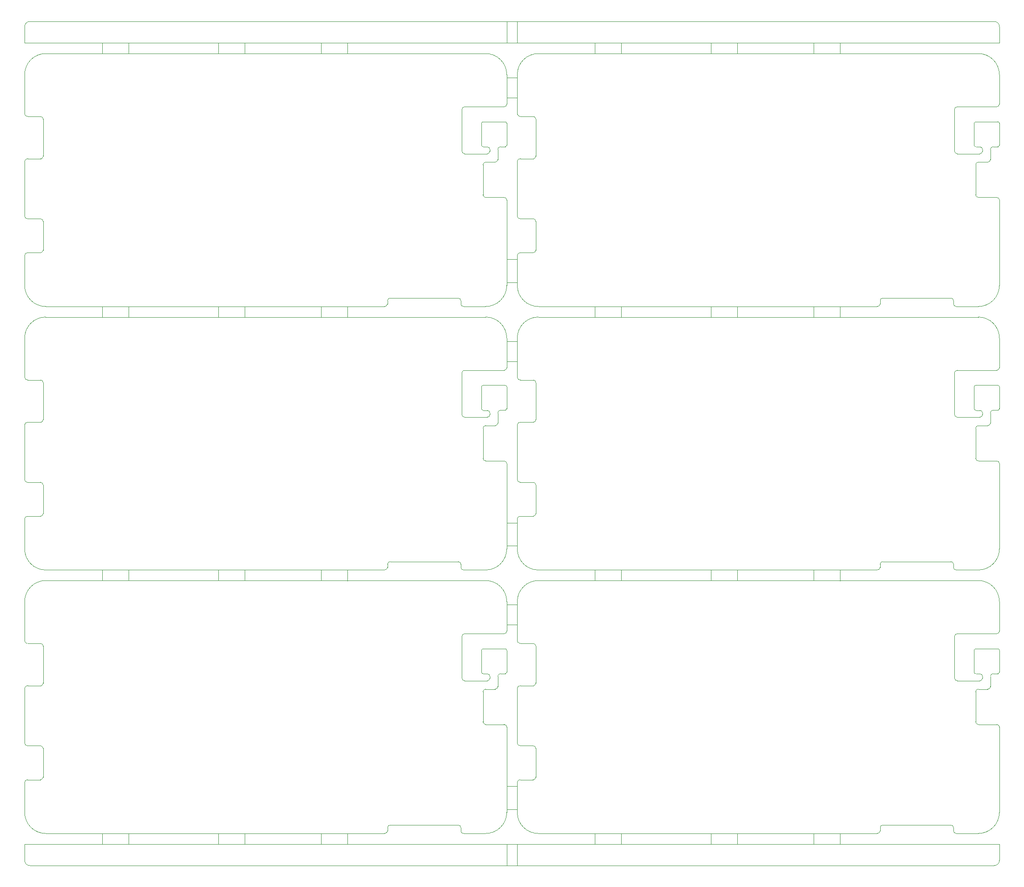
<source format=gko>
*
%FSLAX26Y26*%
%MOIN*%
%ADD10C,0.003937*%
%IPPOS*%
%LNsz06c02893a0.gko*%
%LPD*%
G75*
G54D10*
X2728340Y303144D02*
G03X2708660Y283464I5J-19685D01*
X2685040Y240154D02*
G03X2708660Y259844I1970J21650D01*
X3255900D02*
G03X3275590Y240154I19690J0D01*
X3255900Y283464D02*
G03X3236220Y303144I-19685J-5D01*
X3551180Y1434164D02*
G03X3531490Y1413384I545J-20235D01*
X118110Y641724D02*
G03X137790Y661414I-5J19685D01*
X20730Y641724D02*
G03X0Y622044I-520J-20210D01*
X3263770Y1401174D02*
G03X3283460Y1381494I19685J5D01*
X3452750D02*
G03X3472440Y1401174I0J19690D01*
Y1413384D02*
G03X3452750Y1433154I-19730J40D01*
X3511810Y1318514D02*
G03X3531490Y1338184I5J19675D01*
X3598420Y1608354D02*
G03X3586610Y1620174I-11815J5D01*
X3586480Y1434154D02*
G03X3598290Y1445964I0J11810D01*
X3410480Y1445154D02*
G03X3422290Y1433344I11810J0D01*
X3422330Y1620174D02*
G03X3410520Y1608354I0J-11810D01*
X3440940Y1318514D02*
G03X3421250Y1299204I-190J-19500D01*
X3283460Y1732284D02*
G03X3263770Y1712594I0J-19690D01*
X3578740Y1732284D02*
G03X3598420Y1751964I-5J19685D01*
Y1972434D02*
G03X3440940Y2129914I-157480J0D01*
Y240154D02*
G03X3598420Y397634I0J157480D01*
X157480Y2129914D02*
G03X0Y1972434I0J-157480D01*
Y397634D02*
G03X157480Y240154I157480J-0D01*
X137790Y875154D02*
G03X118110Y895884I-20210J520D01*
X137790Y1639764D02*
G03X122040Y1659444I-17716J1964D01*
Y1344484D02*
G03X137790Y1364174I-1970J17720D01*
X23620Y1344484D02*
G03X0Y1324804I-1970J-21650D01*
Y1679134D02*
G03X23620Y1659444I21656J1965D01*
X0Y915674D02*
G03X19630Y896044I19630J-0D01*
X3598420Y1035364D02*
G03X3578740Y1055054I-19690J0D01*
X3421250Y1074804D02*
G03X3440940Y1055114I19690J0D01*
X2708660Y259844D02*
G01Y283464D01*
X3255900Y259844D02*
Y283464D01*
X20730Y641724D02*
X118110D01*
X3551180Y1434164D02*
X3588470D01*
X3283460Y1381494D02*
X3452750D01*
X3440940Y1318514D02*
X3511810D01*
X3472440Y1401174D02*
Y1413384D01*
X3531490Y1338184D02*
Y1413384D01*
X3424210Y1433154D02*
X3452750D01*
X3410520Y1446154D02*
Y1608354D01*
X3598420Y1446154D02*
Y1608354D01*
X137790Y1364174D02*
Y1639764D01*
X0Y915674D02*
Y1324804D01*
X19630Y895884D02*
X118110D01*
X137790Y661414D02*
Y876214D01*
X3422330Y1620174D02*
X3584740D01*
X3283460Y1732284D02*
X3578740D01*
X0Y1679134D02*
Y1972434D01*
X157480Y2129914D02*
X3440940D01*
X23620Y1659444D02*
X122040D01*
X23620Y1344484D02*
X122040D01*
X0Y397634D02*
Y622044D01*
X157480Y240154D02*
X2685040D01*
X3598420Y397634D02*
Y1035434D01*
X3440940Y1055114D02*
X3578740D01*
X3421250Y1074804D02*
Y1299204D01*
X3598420Y1751964D02*
Y1972434D01*
X2728340Y303144D02*
X3236220D01*
X3275590Y240154D02*
X3440940D01*
X3263770Y1401174D02*
Y1712594D01*
X2728340Y2271644D02*
G03X2708660Y2251964I5J-19685D01*
X2685040Y2208654D02*
G03X2708660Y2228344I1970J21650D01*
X3255900D02*
G03X3275590Y2208654I19690J0D01*
X3255900Y2251964D02*
G03X3236220Y2271644I-19685J-5D01*
X3551180Y3402664D02*
G03X3531490Y3381884I545J-20235D01*
X118110Y2610224D02*
G03X137790Y2629914I-5J19685D01*
X20730Y2610224D02*
G03X0Y2590544I-520J-20210D01*
X3263770Y3369674D02*
G03X3283460Y3349994I19685J5D01*
X3452750D02*
G03X3472440Y3369674I0J19690D01*
Y3381884D02*
G03X3452750Y3401654I-19730J40D01*
X3511810Y3287014D02*
G03X3531490Y3306684I5J19675D01*
X3598420Y3576854D02*
G03X3586610Y3588674I-11815J5D01*
X3586480Y3402654D02*
G03X3598290Y3414464I0J11810D01*
X3410480Y3413654D02*
G03X3422290Y3401844I11810J0D01*
X3422330Y3588674D02*
G03X3410520Y3576854I0J-11810D01*
X3440940Y3287014D02*
G03X3421250Y3267704I-190J-19500D01*
X3283460Y3700784D02*
G03X3263770Y3681094I0J-19690D01*
X3578740Y3700784D02*
G03X3598420Y3720464I-5J19685D01*
Y3940934D02*
G03X3440940Y4098414I-157480J0D01*
Y2208654D02*
G03X3598420Y2366134I0J157480D01*
X157480Y4098414D02*
G03X0Y3940934I0J-157480D01*
Y2366134D02*
G03X157480Y2208654I157480J-0D01*
X137790Y2843654D02*
G03X118110Y2864384I-20210J520D01*
X137790Y3608264D02*
G03X122040Y3627944I-17716J1964D01*
Y3312984D02*
G03X137790Y3332674I-1970J17720D01*
X23620Y3312984D02*
G03X0Y3293304I-1970J-21650D01*
Y3647634D02*
G03X23620Y3627944I21656J1965D01*
X0Y2884174D02*
G03X19630Y2864544I19630J-0D01*
X3598420Y3003864D02*
G03X3578740Y3023554I-19690J0D01*
X3421250Y3043304D02*
G03X3440940Y3023614I19690J0D01*
X2708660Y2228344D02*
G01Y2251964D01*
X3255900Y2228344D02*
Y2251964D01*
X20730Y2610224D02*
X118110D01*
X3551180Y3402664D02*
X3588470D01*
X3283460Y3349994D02*
X3452750D01*
X3440940Y3287014D02*
X3511810D01*
X3472440Y3369674D02*
Y3381884D01*
X3531490Y3306684D02*
Y3381884D01*
X3424210Y3401654D02*
X3452750D01*
X3410520Y3414654D02*
Y3576854D01*
X3598420Y3414654D02*
Y3576854D01*
X137790Y3332674D02*
Y3608264D01*
X0Y2884174D02*
Y3293304D01*
X19630Y2864384D02*
X118110D01*
X137790Y2629914D02*
Y2844714D01*
X3422330Y3588674D02*
X3584740D01*
X3283460Y3700784D02*
X3578740D01*
X0Y3647634D02*
Y3940934D01*
X157480Y4098414D02*
X3440940D01*
X23620Y3627944D02*
X122040D01*
X23620Y3312984D02*
X122040D01*
X0Y2366134D02*
Y2590544D01*
X157480Y2208654D02*
X2685040D01*
X3598420Y2366134D02*
Y3003934D01*
X3440940Y3023614D02*
X3578740D01*
X3421250Y3043304D02*
Y3267704D01*
X3598420Y3720464D02*
Y3940934D01*
X2728340Y2271644D02*
X3236220D01*
X3275590Y2208654D02*
X3440940D01*
X3263770Y3369674D02*
Y3681094D01*
X2728340Y4240145D02*
G03X2708660Y4220465I5J-19685D01*
X2685040Y4177155D02*
G03X2708660Y4196845I1970J21650D01*
X3255900D02*
G03X3275590Y4177155I19690J0D01*
X3255900Y4220465D02*
G03X3236220Y4240145I-19685J-5D01*
X3551180Y5371165D02*
G03X3531490Y5350385I545J-20235D01*
X118110Y4578725D02*
G03X137790Y4598415I-5J19685D01*
X20730Y4578725D02*
G03X0Y4559045I-520J-20210D01*
X3263770Y5338175D02*
G03X3283460Y5318495I19685J5D01*
X3452750D02*
G03X3472440Y5338175I0J19690D01*
Y5350385D02*
G03X3452750Y5370155I-19730J40D01*
X3511810Y5255515D02*
G03X3531490Y5275185I5J19675D01*
X3598420Y5545355D02*
G03X3586610Y5557175I-11815J5D01*
X3586480Y5371155D02*
G03X3598290Y5382965I0J11810D01*
X3410480Y5382155D02*
G03X3422290Y5370345I11810J0D01*
X3422330Y5557175D02*
G03X3410520Y5545355I0J-11810D01*
X3440940Y5255515D02*
G03X3421250Y5236205I-190J-19500D01*
X3283460Y5669285D02*
G03X3263770Y5649595I0J-19690D01*
X3578740Y5669285D02*
G03X3598420Y5688965I-5J19685D01*
Y5909435D02*
G03X3440940Y6066915I-157480J0D01*
Y4177155D02*
G03X3598420Y4334635I0J157480D01*
X157480Y6066915D02*
G03X0Y5909435I0J-157480D01*
Y4334635D02*
G03X157480Y4177155I157480J-0D01*
X137790Y4812155D02*
G03X118110Y4832885I-20210J520D01*
X137790Y5576765D02*
G03X122040Y5596445I-17716J1964D01*
Y5281485D02*
G03X137790Y5301175I-1970J17720D01*
X23620Y5281485D02*
G03X0Y5261805I-1970J-21650D01*
Y5616135D02*
G03X23620Y5596445I21656J1965D01*
X0Y4852675D02*
G03X19630Y4833045I19630J-0D01*
X3598420Y4972365D02*
G03X3578740Y4992055I-19690J0D01*
X3421250Y5011805D02*
G03X3440940Y4992115I19690J0D01*
X2708660Y4196845D02*
G01Y4220465D01*
X3255900Y4196845D02*
Y4220465D01*
X20730Y4578725D02*
X118110D01*
X3551180Y5371165D02*
X3588470D01*
X3283460Y5318495D02*
X3452750D01*
X3440940Y5255515D02*
X3511810D01*
X3472440Y5338175D02*
Y5350385D01*
X3531490Y5275185D02*
Y5350385D01*
X3424210Y5370155D02*
X3452750D01*
X3410520Y5383155D02*
Y5545355D01*
X3598420Y5383155D02*
Y5545355D01*
X137790Y5301175D02*
Y5576765D01*
X0Y4852675D02*
Y5261805D01*
X19630Y4832885D02*
X118110D01*
X137790Y4598415D02*
Y4813215D01*
X3422330Y5557175D02*
X3584740D01*
X3283460Y5669285D02*
X3578740D01*
X0Y5616135D02*
Y5909435D01*
X157480Y6066915D02*
X3440940D01*
X23620Y5596445D02*
X122040D01*
X23620Y5281485D02*
X122040D01*
X0Y4334635D02*
Y4559045D01*
X157480Y4177155D02*
X2685040D01*
X3598420Y4334635D02*
Y4972435D01*
X3440940Y4992115D02*
X3578740D01*
X3421250Y5011805D02*
Y5236205D01*
X3598420Y5688965D02*
Y5909435D01*
X2728340Y4240145D02*
X3236220D01*
X3275590Y4177155D02*
X3440940D01*
X3263770Y5338175D02*
Y5649595D01*
X6405500Y303144D02*
G03X6385820Y283464I5J-19685D01*
X6362200Y240154D02*
G03X6385820Y259844I1970J21650D01*
X6933060D02*
G03X6952750Y240154I19690J0D01*
X6933060Y283464D02*
G03X6913380Y303144I-19685J-5D01*
X7228340Y1434164D02*
G03X7208650Y1413384I545J-20235D01*
X3795270Y641724D02*
G03X3814950Y661414I-5J19685D01*
X3697890Y641724D02*
G03X3677160Y622044I-520J-20210D01*
X6940930Y1401174D02*
G03X6960620Y1381494I19685J5D01*
X7129910D02*
G03X7149600Y1401174I0J19690D01*
Y1413384D02*
G03X7129910Y1433154I-19730J40D01*
X7188970Y1318514D02*
G03X7208650Y1338184I5J19675D01*
X7275580Y1608354D02*
G03X7263770Y1620174I-11815J5D01*
X7263640Y1434154D02*
G03X7275450Y1445964I0J11810D01*
X7087640Y1445154D02*
G03X7099450Y1433344I11810J0D01*
X7099490Y1620174D02*
G03X7087680Y1608354I0J-11810D01*
X7118100Y1318514D02*
G03X7098410Y1299204I-190J-19500D01*
X6960620Y1732284D02*
G03X6940930Y1712594I0J-19690D01*
X7255900Y1732284D02*
G03X7275580Y1751964I-5J19685D01*
Y1972434D02*
G03X7118100Y2129914I-157480J0D01*
Y240154D02*
G03X7275580Y397634I0J157480D01*
X3834640Y2129914D02*
G03X3677160Y1972434I0J-157480D01*
Y397634D02*
G03X3834640Y240154I157480J-0D01*
X3814950Y875154D02*
G03X3795270Y895884I-20210J520D01*
X3814950Y1639764D02*
G03X3799200Y1659444I-17716J1964D01*
Y1344484D02*
G03X3814950Y1364174I-1970J17720D01*
X3700780Y1344484D02*
G03X3677160Y1324804I-1970J-21650D01*
Y1679134D02*
G03X3700780Y1659444I21656J1965D01*
X3677160Y915674D02*
G03X3696790Y896044I19630J-0D01*
X7275580Y1035364D02*
G03X7255900Y1055054I-19690J0D01*
X7098410Y1074804D02*
G03X7118100Y1055114I19690J0D01*
X6385820Y259844D02*
G01Y283464D01*
X6933060Y259844D02*
Y283464D01*
X3697890Y641724D02*
X3795270D01*
X7228340Y1434164D02*
X7265630D01*
X6960620Y1381494D02*
X7129910D01*
X7118100Y1318514D02*
X7188970D01*
X7149600Y1401174D02*
Y1413384D01*
X7208650Y1338184D02*
Y1413384D01*
X7101370Y1433154D02*
X7129910D01*
X7087680Y1446154D02*
Y1608354D01*
X7275580Y1446154D02*
Y1608354D01*
X3814950Y1364174D02*
Y1639764D01*
X3677160Y915674D02*
Y1324804D01*
X3696790Y895884D02*
X3795270D01*
X3814950Y661414D02*
Y876214D01*
X7099490Y1620174D02*
X7261900D01*
X6960620Y1732284D02*
X7255900D01*
X3677160Y1679134D02*
Y1972434D01*
X3834640Y2129914D02*
X7118100D01*
X3700780Y1659444D02*
X3799200D01*
X3700780Y1344484D02*
X3799200D01*
X3677160Y397634D02*
Y622044D01*
X3834640Y240154D02*
X6362200D01*
X7275580Y397634D02*
Y1035434D01*
X7118100Y1055114D02*
X7255900D01*
X7098410Y1074804D02*
Y1299204D01*
X7275580Y1751964D02*
Y1972434D01*
X6405500Y303144D02*
X6913380D01*
X6952750Y240154D02*
X7118100D01*
X6940930Y1401174D02*
Y1712594D01*
X6405500Y2271644D02*
G03X6385820Y2251964I5J-19685D01*
X6362200Y2208654D02*
G03X6385820Y2228344I1970J21650D01*
X6933060D02*
G03X6952750Y2208654I19690J0D01*
X6933060Y2251964D02*
G03X6913380Y2271644I-19685J-5D01*
X7228340Y3402664D02*
G03X7208650Y3381884I545J-20235D01*
X3795270Y2610224D02*
G03X3814950Y2629914I-5J19685D01*
X3697890Y2610224D02*
G03X3677160Y2590544I-520J-20210D01*
X6940930Y3369674D02*
G03X6960620Y3349994I19685J5D01*
X7129910D02*
G03X7149600Y3369674I0J19690D01*
Y3381884D02*
G03X7129910Y3401654I-19730J40D01*
X7188970Y3287014D02*
G03X7208650Y3306684I5J19675D01*
X7275580Y3576854D02*
G03X7263770Y3588674I-11815J5D01*
X7263640Y3402654D02*
G03X7275450Y3414464I0J11810D01*
X7087640Y3413654D02*
G03X7099450Y3401844I11810J0D01*
X7099490Y3588674D02*
G03X7087680Y3576854I0J-11810D01*
X7118100Y3287014D02*
G03X7098410Y3267704I-190J-19500D01*
X6960620Y3700784D02*
G03X6940930Y3681094I0J-19690D01*
X7255900Y3700784D02*
G03X7275580Y3720464I-5J19685D01*
Y3940934D02*
G03X7118100Y4098414I-157480J0D01*
Y2208654D02*
G03X7275580Y2366134I0J157480D01*
X3834640Y4098414D02*
G03X3677160Y3940934I0J-157480D01*
Y2366134D02*
G03X3834640Y2208654I157480J-0D01*
X3814950Y2843654D02*
G03X3795270Y2864384I-20210J520D01*
X3814950Y3608264D02*
G03X3799200Y3627944I-17716J1964D01*
Y3312984D02*
G03X3814950Y3332674I-1970J17720D01*
X3700780Y3312984D02*
G03X3677160Y3293304I-1970J-21650D01*
Y3647634D02*
G03X3700780Y3627944I21656J1965D01*
X3677160Y2884174D02*
G03X3696790Y2864544I19630J-0D01*
X7275580Y3003864D02*
G03X7255900Y3023554I-19690J0D01*
X7098410Y3043304D02*
G03X7118100Y3023614I19690J0D01*
X6385820Y2228344D02*
G01Y2251964D01*
X6933060Y2228344D02*
Y2251964D01*
X3697890Y2610224D02*
X3795270D01*
X7228340Y3402664D02*
X7265630D01*
X6960620Y3349994D02*
X7129910D01*
X7118100Y3287014D02*
X7188970D01*
X7149600Y3369674D02*
Y3381884D01*
X7208650Y3306684D02*
Y3381884D01*
X7101370Y3401654D02*
X7129910D01*
X7087680Y3414654D02*
Y3576854D01*
X7275580Y3414654D02*
Y3576854D01*
X3814950Y3332674D02*
Y3608264D01*
X3677160Y2884174D02*
Y3293304D01*
X3696790Y2864384D02*
X3795270D01*
X3814950Y2629914D02*
Y2844714D01*
X7099490Y3588674D02*
X7261900D01*
X6960620Y3700784D02*
X7255900D01*
X3677160Y3647634D02*
Y3940934D01*
X3834640Y4098414D02*
X7118100D01*
X3700780Y3627944D02*
X3799200D01*
X3700780Y3312984D02*
X3799200D01*
X3677160Y2366134D02*
Y2590544D01*
X3834640Y2208654D02*
X6362200D01*
X7275580Y2366134D02*
Y3003934D01*
X7118100Y3023614D02*
X7255900D01*
X7098410Y3043304D02*
Y3267704D01*
X7275580Y3720464D02*
Y3940934D01*
X6405500Y2271644D02*
X6913380D01*
X6952750Y2208654D02*
X7118100D01*
X6940930Y3369674D02*
Y3681094D01*
X6405500Y4240145D02*
G03X6385820Y4220465I5J-19685D01*
X6362200Y4177155D02*
G03X6385820Y4196845I1970J21650D01*
X6933060D02*
G03X6952750Y4177155I19690J0D01*
X6933060Y4220465D02*
G03X6913380Y4240145I-19685J-5D01*
X7228340Y5371165D02*
G03X7208650Y5350385I545J-20235D01*
X3795270Y4578725D02*
G03X3814950Y4598415I-5J19685D01*
X3697890Y4578725D02*
G03X3677160Y4559045I-520J-20210D01*
X6940930Y5338175D02*
G03X6960620Y5318495I19685J5D01*
X7129910D02*
G03X7149600Y5338175I0J19690D01*
Y5350385D02*
G03X7129910Y5370155I-19730J40D01*
X7188970Y5255515D02*
G03X7208650Y5275185I5J19675D01*
X7275580Y5545355D02*
G03X7263770Y5557175I-11815J5D01*
X7263640Y5371155D02*
G03X7275450Y5382965I0J11810D01*
X7087640Y5382155D02*
G03X7099450Y5370345I11810J0D01*
X7099490Y5557175D02*
G03X7087680Y5545355I0J-11810D01*
X7118100Y5255515D02*
G03X7098410Y5236205I-190J-19500D01*
X6960620Y5669285D02*
G03X6940930Y5649595I0J-19690D01*
X7255900Y5669285D02*
G03X7275580Y5688965I-5J19685D01*
Y5909435D02*
G03X7118100Y6066915I-157480J0D01*
Y4177155D02*
G03X7275580Y4334635I0J157480D01*
X3834640Y6066915D02*
G03X3677160Y5909435I0J-157480D01*
Y4334635D02*
G03X3834640Y4177155I157480J-0D01*
X3814950Y4812155D02*
G03X3795270Y4832885I-20210J520D01*
X3814950Y5576765D02*
G03X3799200Y5596445I-17716J1964D01*
Y5281485D02*
G03X3814950Y5301175I-1970J17720D01*
X3700780Y5281485D02*
G03X3677160Y5261805I-1970J-21650D01*
Y5616135D02*
G03X3700780Y5596445I21656J1965D01*
X3677160Y4852675D02*
G03X3696790Y4833045I19630J-0D01*
X7275580Y4972365D02*
G03X7255900Y4992055I-19690J0D01*
X7098410Y5011805D02*
G03X7118100Y4992115I19690J0D01*
X6385820Y4196845D02*
G01Y4220465D01*
X6933060Y4196845D02*
Y4220465D01*
X3697890Y4578725D02*
X3795270D01*
X7228340Y5371165D02*
X7265630D01*
X6960620Y5318495D02*
X7129910D01*
X7118100Y5255515D02*
X7188970D01*
X7149600Y5338175D02*
Y5350385D01*
X7208650Y5275185D02*
Y5350385D01*
X7101370Y5370155D02*
X7129910D01*
X7087680Y5383155D02*
Y5545355D01*
X7275580Y5383155D02*
Y5545355D01*
X3814950Y5301175D02*
Y5576765D01*
X3677160Y4852675D02*
Y5261805D01*
X3696790Y4832885D02*
X3795270D01*
X3814950Y4598415D02*
Y4813215D01*
X7099490Y5557175D02*
X7261900D01*
X6960620Y5669285D02*
X7255900D01*
X3677160Y5616135D02*
Y5909435D01*
X3834640Y6066915D02*
X7118100D01*
X3700780Y5596445D02*
X3799200D01*
X3700780Y5281485D02*
X3799200D01*
X3677160Y4334635D02*
Y4559045D01*
X3834640Y4177155D02*
X6362200D01*
X7275580Y4334635D02*
Y4972435D01*
X7118100Y4992115D02*
X7255900D01*
X7098410Y5011805D02*
Y5236205D01*
X7275580Y5688965D02*
Y5909435D01*
X6405500Y4240145D02*
X6913380D01*
X6952750Y4177155D02*
X7118100D01*
X6940930Y5338175D02*
Y5649595D01*
X3677146Y421265D02*
X3598409D01*
X3677146Y593304D02*
X3598409D01*
Y1799215D02*
X3677146D01*
X3598409Y1948815D02*
X3677146D01*
X775900Y161417D02*
Y240157D01*
X579050Y161417D02*
Y240157D01*
X2409285Y159659D02*
Y240157D01*
X2212435Y161417D02*
Y240157D01*
X1642042Y161417D02*
Y240157D01*
X1445192Y161417D02*
Y240157D01*
X0Y39370D02*
Y161417D01*
X775900Y2129921D02*
Y2208661D01*
X579050Y2129921D02*
Y2208661D01*
X2409285Y2129921D02*
Y2208661D01*
X2212435Y2129921D02*
Y2208661D01*
X1642042Y2129921D02*
Y2208661D01*
X1445192Y2129921D02*
Y2208661D01*
X4453066Y161417D02*
Y240157D01*
X4256215Y161417D02*
Y240157D01*
X6086451Y159659D02*
Y240157D01*
X5889600Y161417D02*
Y240157D01*
X5319207Y161417D02*
Y240157D01*
X5122357Y161417D02*
Y240157D01*
X7275585Y39370D02*
Y161417D01*
X4453066Y2129921D02*
Y2208661D01*
X4256215Y2129921D02*
Y2208661D01*
X6086451Y2129921D02*
Y2208661D01*
X5889600Y2129921D02*
Y2208661D01*
X5319207Y2129921D02*
Y2208661D01*
X5122357Y2129921D02*
Y2208661D01*
X3677146Y2389769D02*
X3598409D01*
X3677146Y2561808D02*
X3598409D01*
Y3767719D02*
X3677146D01*
X3598409Y3917319D02*
X3677146D01*
X775900Y2129921D02*
Y2208661D01*
X579050Y2129921D02*
Y2208661D01*
X2409285Y2128163D02*
Y2208661D01*
X2212435Y2129921D02*
Y2208661D01*
X1642042Y2129921D02*
Y2208661D01*
X1445192Y2129921D02*
Y2208661D01*
X775900Y4098425D02*
Y4177165D01*
X579050Y4098425D02*
Y4177165D01*
X2409285Y4098425D02*
Y4177165D01*
X2212435Y4098425D02*
Y4177165D01*
X1642042Y4098425D02*
Y4177165D01*
X1445192Y4098425D02*
Y4177165D01*
X4453066Y2129921D02*
Y2208661D01*
X4256215Y2129921D02*
Y2208661D01*
X6086451Y2128163D02*
Y2208661D01*
X5889600Y2129921D02*
Y2208661D01*
X5319207Y2129921D02*
Y2208661D01*
X5122357Y2129921D02*
Y2208661D01*
X4453066Y4098425D02*
Y4177165D01*
X4256215Y4098425D02*
Y4177165D01*
X6086451Y4098425D02*
Y4177165D01*
X5889600Y4098425D02*
Y4177165D01*
X5319207Y4098425D02*
Y4177165D01*
X5122357Y4098425D02*
Y4177165D01*
X3677146Y4358272D02*
X3598409D01*
X3677146Y4530312D02*
X3598409D01*
Y5736222D02*
X3677146D01*
X3598409Y5885822D02*
X3677146D01*
X775900Y4098425D02*
Y4177165D01*
X579050Y4098425D02*
Y4177165D01*
X2409285Y4096667D02*
Y4177165D01*
X2212435Y4098425D02*
Y4177165D01*
X1642042Y4098425D02*
Y4177165D01*
X1445192Y4098425D02*
Y4177165D01*
X775900Y6066929D02*
Y6145669D01*
X579050Y6066929D02*
Y6145669D01*
X2409285Y6066929D02*
Y6145669D01*
X2212435Y6066929D02*
Y6145669D01*
X1642042Y6066929D02*
Y6145669D01*
X1445192Y6066929D02*
Y6145669D01*
X4453066Y4098425D02*
Y4177165D01*
X4256215Y4098425D02*
Y4177165D01*
X6086451Y4096667D02*
Y4177165D01*
X5889600Y4098425D02*
Y4177165D01*
X5319207Y4098425D02*
Y4177165D01*
X5122357Y4098425D02*
Y4177165D01*
X4453066Y6066929D02*
Y6145669D01*
X4256215Y6066929D02*
Y6145669D01*
X6086451Y6066929D02*
Y6145669D01*
X5889600Y6066929D02*
Y6145669D01*
X5319207Y6066929D02*
Y6145669D01*
X5122357Y6066929D02*
Y6145669D01*
X0D02*
X7275585D01*
X657790Y161417D02*
X7275585D01*
X39370Y0D02*
X7236215D01*
X39370Y6307087D02*
X7236215D01*
X657790Y161417D02*
X0D01*
X7275585Y6145669D02*
Y6267717D01*
X0Y6145669D02*
Y6267717D01*
X39370Y6307087D02*
G03X0Y6267717I0J-39370D01*
X7275585D02*
G03X7236215Y6307087I-39370J0D01*
Y0D02*
G03X7275585Y39370I0J39370D01*
X0D02*
G03X39370Y0I39370J0D01*
X3598409Y161417D02*
G01Y0D01*
X3677160Y161417D02*
Y0D01*
Y6145669D02*
Y6307087D01*
X3598420Y6145669D02*
Y6307087D01*
M02*

</source>
